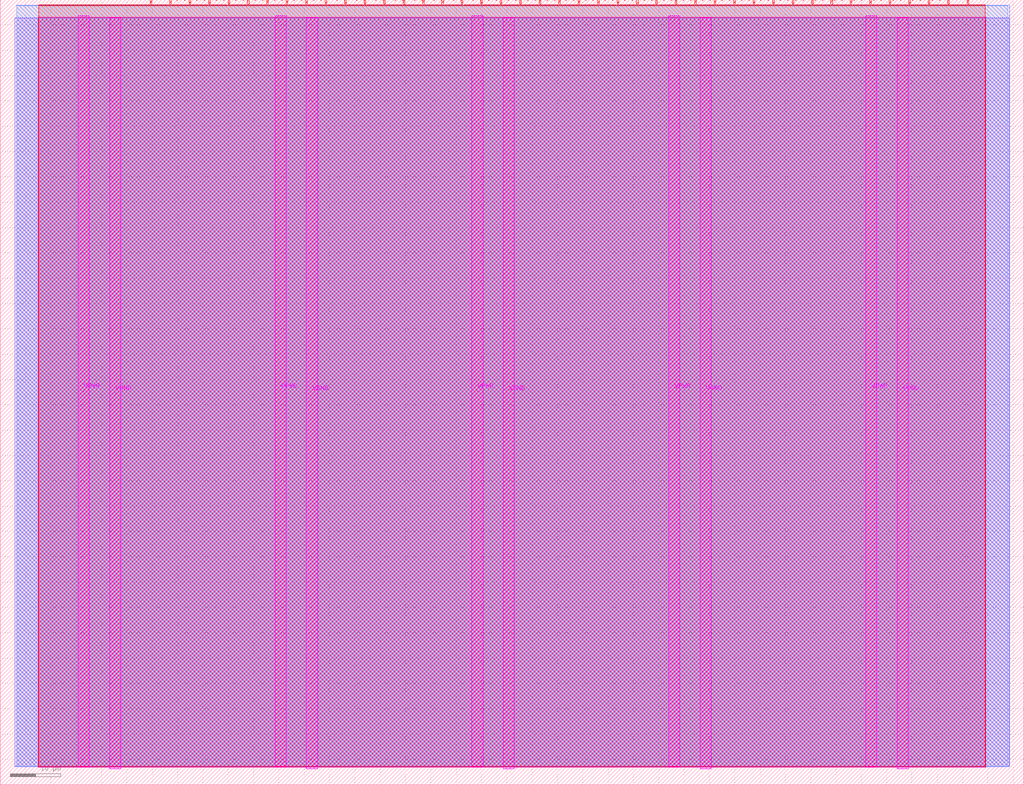
<source format=lef>
VERSION 5.7 ;
  NOWIREEXTENSIONATPIN ON ;
  DIVIDERCHAR "/" ;
  BUSBITCHARS "[]" ;
MACRO tt_um_phsauter_vga_maze
  CLASS BLOCK ;
  FOREIGN tt_um_phsauter_vga_maze ;
  ORIGIN 0.000 0.000 ;
  SIZE 202.080 BY 154.980 ;
  PIN VGND
    DIRECTION INOUT ;
    USE GROUND ;
    PORT
      LAYER TopMetal1 ;
        RECT 21.580 3.150 23.780 151.420 ;
    END
    PORT
      LAYER TopMetal1 ;
        RECT 60.450 3.150 62.650 151.420 ;
    END
    PORT
      LAYER TopMetal1 ;
        RECT 99.320 3.150 101.520 151.420 ;
    END
    PORT
      LAYER TopMetal1 ;
        RECT 138.190 3.150 140.390 151.420 ;
    END
    PORT
      LAYER TopMetal1 ;
        RECT 177.060 3.150 179.260 151.420 ;
    END
  END VGND
  PIN VPWR
    DIRECTION INOUT ;
    USE POWER ;
    PORT
      LAYER TopMetal1 ;
        RECT 15.380 3.560 17.580 151.830 ;
    END
    PORT
      LAYER TopMetal1 ;
        RECT 54.250 3.560 56.450 151.830 ;
    END
    PORT
      LAYER TopMetal1 ;
        RECT 93.120 3.560 95.320 151.830 ;
    END
    PORT
      LAYER TopMetal1 ;
        RECT 131.990 3.560 134.190 151.830 ;
    END
    PORT
      LAYER TopMetal1 ;
        RECT 170.860 3.560 173.060 151.830 ;
    END
  END VPWR
  PIN clk
    DIRECTION INPUT ;
    USE SIGNAL ;
    ANTENNAGATEAREA 0.725400 ;
    PORT
      LAYER Metal4 ;
        RECT 187.050 153.980 187.350 154.980 ;
    END
  END clk
  PIN ena
    DIRECTION INPUT ;
    USE SIGNAL ;
    PORT
      LAYER Metal4 ;
        RECT 190.890 153.980 191.190 154.980 ;
    END
  END ena
  PIN rst_n
    DIRECTION INPUT ;
    USE SIGNAL ;
    ANTENNAGATEAREA 0.725400 ;
    PORT
      LAYER Metal4 ;
        RECT 183.210 153.980 183.510 154.980 ;
    END
  END rst_n
  PIN ui_in[0]
    DIRECTION INPUT ;
    USE SIGNAL ;
    PORT
      LAYER Metal4 ;
        RECT 179.370 153.980 179.670 154.980 ;
    END
  END ui_in[0]
  PIN ui_in[1]
    DIRECTION INPUT ;
    USE SIGNAL ;
    PORT
      LAYER Metal4 ;
        RECT 175.530 153.980 175.830 154.980 ;
    END
  END ui_in[1]
  PIN ui_in[2]
    DIRECTION INPUT ;
    USE SIGNAL ;
    PORT
      LAYER Metal4 ;
        RECT 171.690 153.980 171.990 154.980 ;
    END
  END ui_in[2]
  PIN ui_in[3]
    DIRECTION INPUT ;
    USE SIGNAL ;
    PORT
      LAYER Metal4 ;
        RECT 167.850 153.980 168.150 154.980 ;
    END
  END ui_in[3]
  PIN ui_in[4]
    DIRECTION INPUT ;
    USE SIGNAL ;
    ANTENNAGATEAREA 0.180700 ;
    PORT
      LAYER Metal4 ;
        RECT 164.010 153.980 164.310 154.980 ;
    END
  END ui_in[4]
  PIN ui_in[5]
    DIRECTION INPUT ;
    USE SIGNAL ;
    ANTENNAGATEAREA 0.180700 ;
    PORT
      LAYER Metal4 ;
        RECT 160.170 153.980 160.470 154.980 ;
    END
  END ui_in[5]
  PIN ui_in[6]
    DIRECTION INPUT ;
    USE SIGNAL ;
    ANTENNAGATEAREA 0.180700 ;
    PORT
      LAYER Metal4 ;
        RECT 156.330 153.980 156.630 154.980 ;
    END
  END ui_in[6]
  PIN ui_in[7]
    DIRECTION INPUT ;
    USE SIGNAL ;
    PORT
      LAYER Metal4 ;
        RECT 152.490 153.980 152.790 154.980 ;
    END
  END ui_in[7]
  PIN uio_in[0]
    DIRECTION INPUT ;
    USE SIGNAL ;
    PORT
      LAYER Metal4 ;
        RECT 148.650 153.980 148.950 154.980 ;
    END
  END uio_in[0]
  PIN uio_in[1]
    DIRECTION INPUT ;
    USE SIGNAL ;
    PORT
      LAYER Metal4 ;
        RECT 144.810 153.980 145.110 154.980 ;
    END
  END uio_in[1]
  PIN uio_in[2]
    DIRECTION INPUT ;
    USE SIGNAL ;
    PORT
      LAYER Metal4 ;
        RECT 140.970 153.980 141.270 154.980 ;
    END
  END uio_in[2]
  PIN uio_in[3]
    DIRECTION INPUT ;
    USE SIGNAL ;
    PORT
      LAYER Metal4 ;
        RECT 137.130 153.980 137.430 154.980 ;
    END
  END uio_in[3]
  PIN uio_in[4]
    DIRECTION INPUT ;
    USE SIGNAL ;
    PORT
      LAYER Metal4 ;
        RECT 133.290 153.980 133.590 154.980 ;
    END
  END uio_in[4]
  PIN uio_in[5]
    DIRECTION INPUT ;
    USE SIGNAL ;
    PORT
      LAYER Metal4 ;
        RECT 129.450 153.980 129.750 154.980 ;
    END
  END uio_in[5]
  PIN uio_in[6]
    DIRECTION INPUT ;
    USE SIGNAL ;
    PORT
      LAYER Metal4 ;
        RECT 125.610 153.980 125.910 154.980 ;
    END
  END uio_in[6]
  PIN uio_in[7]
    DIRECTION INPUT ;
    USE SIGNAL ;
    PORT
      LAYER Metal4 ;
        RECT 121.770 153.980 122.070 154.980 ;
    END
  END uio_in[7]
  PIN uio_oe[0]
    DIRECTION OUTPUT ;
    USE SIGNAL ;
    ANTENNADIFFAREA 0.299200 ;
    PORT
      LAYER Metal4 ;
        RECT 56.490 153.980 56.790 154.980 ;
    END
  END uio_oe[0]
  PIN uio_oe[1]
    DIRECTION OUTPUT ;
    USE SIGNAL ;
    ANTENNADIFFAREA 0.299200 ;
    PORT
      LAYER Metal4 ;
        RECT 52.650 153.980 52.950 154.980 ;
    END
  END uio_oe[1]
  PIN uio_oe[2]
    DIRECTION OUTPUT ;
    USE SIGNAL ;
    ANTENNADIFFAREA 0.299200 ;
    PORT
      LAYER Metal4 ;
        RECT 48.810 153.980 49.110 154.980 ;
    END
  END uio_oe[2]
  PIN uio_oe[3]
    DIRECTION OUTPUT ;
    USE SIGNAL ;
    ANTENNADIFFAREA 0.299200 ;
    PORT
      LAYER Metal4 ;
        RECT 44.970 153.980 45.270 154.980 ;
    END
  END uio_oe[3]
  PIN uio_oe[4]
    DIRECTION OUTPUT ;
    USE SIGNAL ;
    ANTENNADIFFAREA 0.299200 ;
    PORT
      LAYER Metal4 ;
        RECT 41.130 153.980 41.430 154.980 ;
    END
  END uio_oe[4]
  PIN uio_oe[5]
    DIRECTION OUTPUT ;
    USE SIGNAL ;
    ANTENNADIFFAREA 0.299200 ;
    PORT
      LAYER Metal4 ;
        RECT 37.290 153.980 37.590 154.980 ;
    END
  END uio_oe[5]
  PIN uio_oe[6]
    DIRECTION OUTPUT ;
    USE SIGNAL ;
    ANTENNADIFFAREA 0.299200 ;
    PORT
      LAYER Metal4 ;
        RECT 33.450 153.980 33.750 154.980 ;
    END
  END uio_oe[6]
  PIN uio_oe[7]
    DIRECTION OUTPUT ;
    USE SIGNAL ;
    ANTENNADIFFAREA 0.299200 ;
    PORT
      LAYER Metal4 ;
        RECT 29.610 153.980 29.910 154.980 ;
    END
  END uio_oe[7]
  PIN uio_out[0]
    DIRECTION OUTPUT ;
    USE SIGNAL ;
    ANTENNADIFFAREA 0.299200 ;
    PORT
      LAYER Metal4 ;
        RECT 87.210 153.980 87.510 154.980 ;
    END
  END uio_out[0]
  PIN uio_out[1]
    DIRECTION OUTPUT ;
    USE SIGNAL ;
    ANTENNADIFFAREA 0.299200 ;
    PORT
      LAYER Metal4 ;
        RECT 83.370 153.980 83.670 154.980 ;
    END
  END uio_out[1]
  PIN uio_out[2]
    DIRECTION OUTPUT ;
    USE SIGNAL ;
    ANTENNADIFFAREA 0.299200 ;
    PORT
      LAYER Metal4 ;
        RECT 79.530 153.980 79.830 154.980 ;
    END
  END uio_out[2]
  PIN uio_out[3]
    DIRECTION OUTPUT ;
    USE SIGNAL ;
    ANTENNADIFFAREA 0.299200 ;
    PORT
      LAYER Metal4 ;
        RECT 75.690 153.980 75.990 154.980 ;
    END
  END uio_out[3]
  PIN uio_out[4]
    DIRECTION OUTPUT ;
    USE SIGNAL ;
    ANTENNADIFFAREA 0.299200 ;
    PORT
      LAYER Metal4 ;
        RECT 71.850 153.980 72.150 154.980 ;
    END
  END uio_out[4]
  PIN uio_out[5]
    DIRECTION OUTPUT ;
    USE SIGNAL ;
    ANTENNADIFFAREA 0.299200 ;
    PORT
      LAYER Metal4 ;
        RECT 68.010 153.980 68.310 154.980 ;
    END
  END uio_out[5]
  PIN uio_out[6]
    DIRECTION OUTPUT ;
    USE SIGNAL ;
    ANTENNADIFFAREA 0.299200 ;
    PORT
      LAYER Metal4 ;
        RECT 64.170 153.980 64.470 154.980 ;
    END
  END uio_out[6]
  PIN uio_out[7]
    DIRECTION OUTPUT ;
    USE SIGNAL ;
    ANTENNADIFFAREA 0.299200 ;
    PORT
      LAYER Metal4 ;
        RECT 60.330 153.980 60.630 154.980 ;
    END
  END uio_out[7]
  PIN uo_out[0]
    DIRECTION OUTPUT ;
    USE SIGNAL ;
    ANTENNADIFFAREA 0.677200 ;
    PORT
      LAYER Metal4 ;
        RECT 117.930 153.980 118.230 154.980 ;
    END
  END uo_out[0]
  PIN uo_out[1]
    DIRECTION OUTPUT ;
    USE SIGNAL ;
    ANTENNADIFFAREA 0.649200 ;
    PORT
      LAYER Metal4 ;
        RECT 114.090 153.980 114.390 154.980 ;
    END
  END uo_out[1]
  PIN uo_out[2]
    DIRECTION OUTPUT ;
    USE SIGNAL ;
    ANTENNADIFFAREA 0.677200 ;
    PORT
      LAYER Metal4 ;
        RECT 110.250 153.980 110.550 154.980 ;
    END
  END uo_out[2]
  PIN uo_out[3]
    DIRECTION OUTPUT ;
    USE SIGNAL ;
    ANTENNADIFFAREA 0.708600 ;
    PORT
      LAYER Metal4 ;
        RECT 106.410 153.980 106.710 154.980 ;
    END
  END uo_out[3]
  PIN uo_out[4]
    DIRECTION OUTPUT ;
    USE SIGNAL ;
    ANTENNADIFFAREA 0.677200 ;
    PORT
      LAYER Metal4 ;
        RECT 102.570 153.980 102.870 154.980 ;
    END
  END uo_out[4]
  PIN uo_out[5]
    DIRECTION OUTPUT ;
    USE SIGNAL ;
    ANTENNADIFFAREA 0.649200 ;
    PORT
      LAYER Metal4 ;
        RECT 98.730 153.980 99.030 154.980 ;
    END
  END uo_out[5]
  PIN uo_out[6]
    DIRECTION OUTPUT ;
    USE SIGNAL ;
    ANTENNADIFFAREA 0.677200 ;
    PORT
      LAYER Metal4 ;
        RECT 94.890 153.980 95.190 154.980 ;
    END
  END uo_out[6]
  PIN uo_out[7]
    DIRECTION OUTPUT ;
    USE SIGNAL ;
    ANTENNADIFFAREA 0.708600 ;
    PORT
      LAYER Metal4 ;
        RECT 91.050 153.980 91.350 154.980 ;
    END
  END uo_out[7]
  OBS
      LAYER GatPoly ;
        RECT 2.880 3.630 199.200 151.350 ;
      LAYER Metal1 ;
        RECT 2.880 3.560 199.200 151.420 ;
      LAYER Metal2 ;
        RECT 3.255 3.635 199.300 153.865 ;
      LAYER Metal3 ;
        RECT 3.215 3.680 198.865 153.825 ;
      LAYER Metal4 ;
        RECT 7.575 153.770 29.400 153.980 ;
        RECT 30.120 153.770 33.240 153.980 ;
        RECT 33.960 153.770 37.080 153.980 ;
        RECT 37.800 153.770 40.920 153.980 ;
        RECT 41.640 153.770 44.760 153.980 ;
        RECT 45.480 153.770 48.600 153.980 ;
        RECT 49.320 153.770 52.440 153.980 ;
        RECT 53.160 153.770 56.280 153.980 ;
        RECT 57.000 153.770 60.120 153.980 ;
        RECT 60.840 153.770 63.960 153.980 ;
        RECT 64.680 153.770 67.800 153.980 ;
        RECT 68.520 153.770 71.640 153.980 ;
        RECT 72.360 153.770 75.480 153.980 ;
        RECT 76.200 153.770 79.320 153.980 ;
        RECT 80.040 153.770 83.160 153.980 ;
        RECT 83.880 153.770 87.000 153.980 ;
        RECT 87.720 153.770 90.840 153.980 ;
        RECT 91.560 153.770 94.680 153.980 ;
        RECT 95.400 153.770 98.520 153.980 ;
        RECT 99.240 153.770 102.360 153.980 ;
        RECT 103.080 153.770 106.200 153.980 ;
        RECT 106.920 153.770 110.040 153.980 ;
        RECT 110.760 153.770 113.880 153.980 ;
        RECT 114.600 153.770 117.720 153.980 ;
        RECT 118.440 153.770 121.560 153.980 ;
        RECT 122.280 153.770 125.400 153.980 ;
        RECT 126.120 153.770 129.240 153.980 ;
        RECT 129.960 153.770 133.080 153.980 ;
        RECT 133.800 153.770 136.920 153.980 ;
        RECT 137.640 153.770 140.760 153.980 ;
        RECT 141.480 153.770 144.600 153.980 ;
        RECT 145.320 153.770 148.440 153.980 ;
        RECT 149.160 153.770 152.280 153.980 ;
        RECT 153.000 153.770 156.120 153.980 ;
        RECT 156.840 153.770 159.960 153.980 ;
        RECT 160.680 153.770 163.800 153.980 ;
        RECT 164.520 153.770 167.640 153.980 ;
        RECT 168.360 153.770 171.480 153.980 ;
        RECT 172.200 153.770 175.320 153.980 ;
        RECT 176.040 153.770 179.160 153.980 ;
        RECT 179.880 153.770 183.000 153.980 ;
        RECT 183.720 153.770 186.840 153.980 ;
        RECT 187.560 153.770 190.680 153.980 ;
        RECT 191.400 153.770 194.505 153.980 ;
        RECT 7.575 3.635 194.505 153.770 ;
      LAYER Metal5 ;
        RECT 7.535 3.470 194.545 151.510 ;
  END
END tt_um_phsauter_vga_maze
END LIBRARY


</source>
